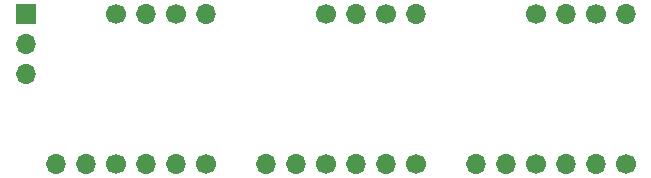
<source format=gbs>
%TF.GenerationSoftware,KiCad,Pcbnew,(5.1.8)-1*%
%TF.CreationDate,2021-03-06T21:19:43+09:00*%
%TF.ProjectId,motor_driver_2,6d6f746f-725f-4647-9269-7665725f322e,rev?*%
%TF.SameCoordinates,PX60e4b00PY7b89fa0*%
%TF.FileFunction,Soldermask,Bot*%
%TF.FilePolarity,Negative*%
%FSLAX46Y46*%
G04 Gerber Fmt 4.6, Leading zero omitted, Abs format (unit mm)*
G04 Created by KiCad (PCBNEW (5.1.8)-1) date 2021-03-06 21:19:43*
%MOMM*%
%LPD*%
G01*
G04 APERTURE LIST*
%ADD10R,1.700000X1.700000*%
%ADD11O,1.700000X1.700000*%
%ADD12C,1.700000*%
G04 APERTURE END LIST*
D10*
%TO.C,J1*%
X2540000Y15240000D03*
D11*
X2540000Y12700000D03*
X2540000Y10160000D03*
%TD*%
D12*
%TO.C,J2*%
X10160000Y2540000D03*
D11*
X7620000Y2540000D03*
X5080000Y2540000D03*
%TD*%
D12*
%TO.C,J3*%
X17780000Y2540000D03*
D11*
X15240000Y2540000D03*
X12700000Y2540000D03*
%TD*%
%TO.C,J4*%
X22860000Y2540000D03*
X25400000Y2540000D03*
D12*
X27940000Y2540000D03*
%TD*%
D11*
%TO.C,J5*%
X30480000Y2540000D03*
X33020000Y2540000D03*
D12*
X35560000Y2540000D03*
%TD*%
%TO.C,J6*%
X45720000Y2540000D03*
D11*
X43180000Y2540000D03*
X40640000Y2540000D03*
%TD*%
%TO.C,J7*%
X48260000Y2540000D03*
X50800000Y2540000D03*
D12*
X53340000Y2540000D03*
%TD*%
%TO.C,J13*%
X50800000Y15240000D03*
D11*
X53340000Y15240000D03*
%TD*%
%TO.C,J12*%
X48260000Y15240000D03*
D12*
X45720000Y15240000D03*
%TD*%
%TO.C,J11*%
X33020000Y15240000D03*
D11*
X35560000Y15240000D03*
%TD*%
D12*
%TO.C,J10*%
X27940000Y15240000D03*
D11*
X30480000Y15240000D03*
%TD*%
D12*
%TO.C,J8*%
X10160000Y15240000D03*
D11*
X12700000Y15240000D03*
%TD*%
%TO.C,J9*%
X17780000Y15240000D03*
D12*
X15240000Y15240000D03*
%TD*%
M02*

</source>
